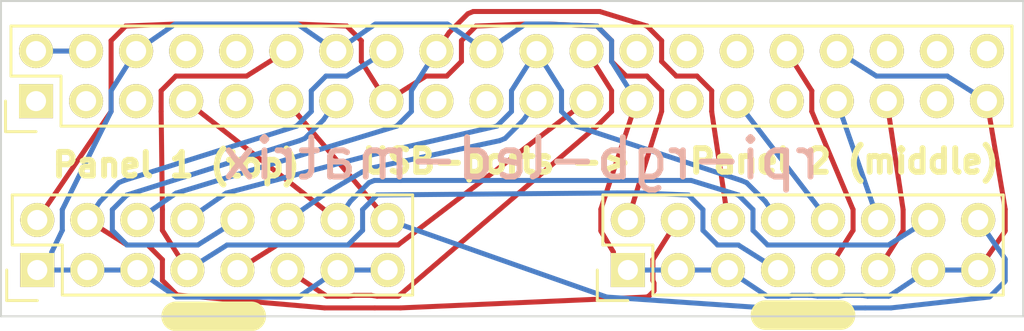
<source format=kicad_pcb>
(kicad_pcb (version 20160815) (host pcbnew "(2017-01-26 revision 0881bf7)-makepkg")

  (general
    (links 38)
    (no_connects 0)
    (area 103.8385 38.017666 158.279001 56.914833)
    (thickness 1.6)
    (drawings 10)
    (tracks 327)
    (zones 0)
    (modules 3)
    (nets 35)
  )

  (page A4)
  (layers
    (0 F.Cu signal)
    (31 B.Cu signal)
    (32 B.Adhes user)
    (33 F.Adhes user)
    (34 B.Paste user)
    (35 F.Paste user)
    (36 B.SilkS user)
    (37 F.SilkS user)
    (38 B.Mask user)
    (39 F.Mask user)
    (40 Dwgs.User user)
    (41 Cmts.User user)
    (42 Eco1.User user)
    (43 Eco2.User user)
    (44 Edge.Cuts user)
    (45 Margin user)
    (46 B.CrtYd user)
    (47 F.CrtYd user)
    (48 B.Fab user)
    (49 F.Fab user)
  )

  (setup
    (last_trace_width 0.254)
    (trace_clearance 0.254)
    (zone_clearance 0.508)
    (zone_45_only no)
    (trace_min 0.254)
    (segment_width 0.2)
    (edge_width 0.1)
    (via_size 0.889)
    (via_drill 0.635)
    (via_min_size 0.889)
    (via_min_drill 0.508)
    (uvia_size 0.508)
    (uvia_drill 0.127)
    (uvias_allowed no)
    (uvia_min_size 0.508)
    (uvia_min_drill 0.127)
    (pcb_text_width 0.3)
    (pcb_text_size 1.5 1.5)
    (mod_edge_width 0.15)
    (mod_text_size 1 1)
    (mod_text_width 0.15)
    (pad_size 4.064 4.064)
    (pad_drill 3.048)
    (pad_to_mask_clearance 0)
    (aux_axis_origin 0 0)
    (visible_elements 7FFFFFFF)
    (pcbplotparams
      (layerselection 0x010f0_ffffffff)
      (usegerberextensions true)
      (excludeedgelayer true)
      (linewidth 0.100000)
      (plotframeref false)
      (viasonmask false)
      (mode 1)
      (useauxorigin false)
      (hpglpennumber 1)
      (hpglpenspeed 20)
      (hpglpendiameter 15)
      (psnegative false)
      (psa4output false)
      (plotreference true)
      (plotvalue true)
      (plotinvisibletext false)
      (padsonsilk false)
      (subtractmaskfromsilk false)
      (outputformat 1)
      (mirror false)
      (drillshape 0)
      (scaleselection 1)
      (outputdirectory fab/))
  )

  (net 0 "")
  (net 1 VCC)
  (net 2 GND)
  (net 3 p2_g1)
  (net 4 p2_b1)
  (net 5 strobe)
  (net 6 p2_r1)
  (net 7 p2_r2)
  (net 8 p0_r1)
  (net 9 p0_g1)
  (net 10 OE)
  (net 11 p0_b1)
  (net 12 p0_r2)
  (net 13 p0_g2)
  (net 14 row_D)
  (net 15 row_C)
  (net 16 p0_b2)
  (net 17 clock)
  (net 18 row_B)
  (net 19 row_A)
  (net 20 p1_g1)
  (net 21 p1_b1)
  (net 22 p1_r1)
  (net 23 p1_r2)
  (net 24 p1_b2)
  (net 25 p2_b2)
  (net 26 p1_g2)
  (net 27 p2_g2)
  (net 28 "Net-(P1-Pad1)")
  (net 29 "Net-(P1-Pad9)")
  (net 30 "Net-(P1-Pad10)")
  (net 31 "Net-(P1-Pad17)")
  (net 32 "Net-(P1-Pad27)")
  (net 33 "Net-(P1-Pad28)")
  (net 34 "Net-(P1-Pad30)")

  (net_class Default "This is the default net class."
    (clearance 0.254)
    (trace_width 0.254)
    (via_dia 0.889)
    (via_drill 0.635)
    (uvia_dia 0.508)
    (uvia_drill 0.127)
    (add_net "Net-(P1-Pad1)")
    (add_net "Net-(P1-Pad10)")
    (add_net "Net-(P1-Pad17)")
    (add_net "Net-(P1-Pad27)")
    (add_net "Net-(P1-Pad28)")
    (add_net "Net-(P1-Pad30)")
    (add_net "Net-(P1-Pad9)")
    (add_net OE)
    (add_net clock)
    (add_net p0_b1)
    (add_net p0_b2)
    (add_net p0_g1)
    (add_net p0_g2)
    (add_net p0_r1)
    (add_net p0_r2)
    (add_net p1_b1)
    (add_net p1_b2)
    (add_net p1_g1)
    (add_net p1_g2)
    (add_net p1_r1)
    (add_net p1_r2)
    (add_net p2_b1)
    (add_net p2_b2)
    (add_net p2_g1)
    (add_net p2_g2)
    (add_net p2_r1)
    (add_net p2_r2)
    (add_net row_A)
    (add_net row_B)
    (add_net row_C)
    (add_net row_D)
    (add_net strobe)
  )

  (net_class power ""
    (clearance 0.254)
    (trace_width 0.254)
    (via_dia 0.889)
    (via_drill 0.635)
    (uvia_dia 0.508)
    (uvia_drill 0.127)
    (add_net GND)
    (add_net VCC)
  )

  (module Pin_Headers:Pin_Header_Straight_2x20 (layer F.Cu) (tedit 59FBECE1) (tstamp 54F3AB07)
    (at 107.95 43.18 90)
    (descr "Through hole pin header")
    (tags "pin header")
    (path /54ECB2B7)
    (fp_text reference P1 (at -2.8575 -1.143 90) (layer F.SilkS)
      (effects (font (size 1 1) (thickness 0.15)) hide)
    )
    (fp_text value CONN_02X20 (at 0 -3.1 90) (layer F.SilkS)
      (effects (font (size 1 1) (thickness 0.15)) hide)
    )
    (fp_line (start -1.75 -1.75) (end -1.75 50.05) (layer F.CrtYd) (width 0.05))
    (fp_line (start 4.3 -1.75) (end 4.3 50.05) (layer F.CrtYd) (width 0.05))
    (fp_line (start -1.75 -1.75) (end 4.3 -1.75) (layer F.CrtYd) (width 0.05))
    (fp_line (start -1.75 50.05) (end 4.3 50.05) (layer F.CrtYd) (width 0.05))
    (fp_line (start 3.81 49.53) (end 3.81 -1.27) (layer F.SilkS) (width 0.15))
    (fp_line (start -1.27 1.27) (end -1.27 49.53) (layer F.SilkS) (width 0.15))
    (fp_line (start 3.81 49.53) (end -1.27 49.53) (layer F.SilkS) (width 0.15))
    (fp_line (start 3.81 -1.27) (end 1.27 -1.27) (layer F.SilkS) (width 0.15))
    (fp_line (start 0 -1.55) (end -1.55 -1.55) (layer F.SilkS) (width 0.15))
    (fp_line (start 1.27 -1.27) (end 1.27 1.27) (layer F.SilkS) (width 0.15))
    (fp_line (start 1.27 1.27) (end -1.27 1.27) (layer F.SilkS) (width 0.15))
    (fp_line (start -1.55 -1.55) (end -1.55 0) (layer F.SilkS) (width 0.15))
    (pad 1 thru_hole rect (at 0 0 90) (size 1.7272 1.7272) (drill 1.016) (layers *.Cu *.Mask F.SilkS)
      (net 28 "Net-(P1-Pad1)"))
    (pad 2 thru_hole oval (at 2.54 0 90) (size 1.7272 1.7272) (drill 1.016) (layers *.Cu *.Mask F.SilkS)
      (net 1 VCC))
    (pad 3 thru_hole oval (at 0 2.54 90) (size 1.7272 1.7272) (drill 1.016) (layers *.Cu *.Mask F.SilkS)
      (net 3 p2_g1))
    (pad 4 thru_hole oval (at 2.54 2.54 90) (size 1.7272 1.7272) (drill 1.016) (layers *.Cu *.Mask F.SilkS)
      (net 1 VCC))
    (pad 5 thru_hole oval (at 0 5.08 90) (size 1.7272 1.7272) (drill 1.016) (layers *.Cu *.Mask F.SilkS)
      (net 4 p2_b1))
    (pad 6 thru_hole oval (at 2.54 5.08 90) (size 1.7272 1.7272) (drill 1.016) (layers *.Cu *.Mask F.SilkS)
      (net 2 GND))
    (pad 7 thru_hole oval (at 0 7.62 90) (size 1.7272 1.7272) (drill 1.016) (layers *.Cu *.Mask F.SilkS)
      (net 5 strobe))
    (pad 8 thru_hole oval (at 2.54 7.62 90) (size 1.7272 1.7272) (drill 1.016) (layers *.Cu *.Mask F.SilkS)
      (net 6 p2_r1))
    (pad 9 thru_hole oval (at 0 10.16 90) (size 1.7272 1.7272) (drill 1.016) (layers *.Cu *.Mask F.SilkS)
      (net 29 "Net-(P1-Pad9)"))
    (pad 10 thru_hole oval (at 2.54 10.16 90) (size 1.7272 1.7272) (drill 1.016) (layers *.Cu *.Mask F.SilkS)
      (net 30 "Net-(P1-Pad10)"))
    (pad 11 thru_hole oval (at 0 12.7 90) (size 1.7272 1.7272) (drill 1.016) (layers *.Cu *.Mask F.SilkS)
      (net 17 clock))
    (pad 12 thru_hole oval (at 2.54 12.7 90) (size 1.7272 1.7272) (drill 1.016) (layers *.Cu *.Mask F.SilkS)
      (net 10 OE))
    (pad 13 thru_hole oval (at 0 15.24 90) (size 1.7272 1.7272) (drill 1.016) (layers *.Cu *.Mask F.SilkS)
      (net 9 p0_g1))
    (pad 14 thru_hole oval (at 2.54 15.24 90) (size 1.7272 1.7272) (drill 1.016) (layers *.Cu *.Mask F.SilkS)
      (net 2 GND))
    (pad 15 thru_hole oval (at 0 17.78 90) (size 1.7272 1.7272) (drill 1.016) (layers *.Cu *.Mask F.SilkS)
      (net 19 row_A))
    (pad 16 thru_hole oval (at 2.54 17.78 90) (size 1.7272 1.7272) (drill 1.016) (layers *.Cu *.Mask F.SilkS)
      (net 18 row_B))
    (pad 17 thru_hole oval (at 0 20.32 90) (size 1.7272 1.7272) (drill 1.016) (layers *.Cu *.Mask F.SilkS)
      (net 31 "Net-(P1-Pad17)"))
    (pad 18 thru_hole oval (at 2.54 20.32 90) (size 1.7272 1.7272) (drill 1.016) (layers *.Cu *.Mask F.SilkS)
      (net 15 row_C))
    (pad 19 thru_hole oval (at 0 22.86 90) (size 1.7272 1.7272) (drill 1.016) (layers *.Cu *.Mask F.SilkS)
      (net 16 p0_b2))
    (pad 20 thru_hole oval (at 2.54 22.86 90) (size 1.7272 1.7272) (drill 1.016) (layers *.Cu *.Mask F.SilkS)
      (net 2 GND))
    (pad 21 thru_hole oval (at 0 25.4 90) (size 1.7272 1.7272) (drill 1.016) (layers *.Cu *.Mask F.SilkS)
      (net 13 p0_g2))
    (pad 22 thru_hole oval (at 2.54 25.4 90) (size 1.7272 1.7272) (drill 1.016) (layers *.Cu *.Mask F.SilkS)
      (net 14 row_D))
    (pad 23 thru_hole oval (at 0 27.94 90) (size 1.7272 1.7272) (drill 1.016) (layers *.Cu *.Mask F.SilkS)
      (net 8 p0_r1))
    (pad 24 thru_hole oval (at 2.54 27.94 90) (size 1.7272 1.7272) (drill 1.016) (layers *.Cu *.Mask F.SilkS)
      (net 12 p0_r2))
    (pad 25 thru_hole oval (at 0 30.48 90) (size 1.7272 1.7272) (drill 1.016) (layers *.Cu *.Mask F.SilkS)
      (net 2 GND))
    (pad 26 thru_hole oval (at 2.54 30.48 90) (size 1.7272 1.7272) (drill 1.016) (layers *.Cu *.Mask F.SilkS)
      (net 11 p0_b1))
    (pad 27 thru_hole oval (at 0 33.02 90) (size 1.7272 1.7272) (drill 1.016) (layers *.Cu *.Mask F.SilkS)
      (net 32 "Net-(P1-Pad27)"))
    (pad 28 thru_hole oval (at 2.54 33.02 90) (size 1.7272 1.7272) (drill 1.016) (layers *.Cu *.Mask F.SilkS)
      (net 33 "Net-(P1-Pad28)"))
    (pad 29 thru_hole oval (at 0 35.56 90) (size 1.7272 1.7272) (drill 1.016) (layers *.Cu *.Mask F.SilkS)
      (net 20 p1_g1))
    (pad 30 thru_hole oval (at 2.54 35.56 90) (size 1.7272 1.7272) (drill 1.016) (layers *.Cu *.Mask F.SilkS)
      (net 34 "Net-(P1-Pad30)"))
    (pad 31 thru_hole oval (at 0 38.1 90) (size 1.7272 1.7272) (drill 1.016) (layers *.Cu *.Mask F.SilkS)
      (net 21 p1_b1))
    (pad 32 thru_hole oval (at 2.54 38.1 90) (size 1.7272 1.7272) (drill 1.016) (layers *.Cu *.Mask F.SilkS)
      (net 22 p1_r1))
    (pad 33 thru_hole oval (at 0 40.64 90) (size 1.7272 1.7272) (drill 1.016) (layers *.Cu *.Mask F.SilkS)
      (net 26 p1_g2))
    (pad 34 thru_hole oval (at 2.54 40.64 90) (size 1.7272 1.7272) (drill 1.016) (layers *.Cu *.Mask F.SilkS)
      (net 2 GND))
    (pad 35 thru_hole oval (at 0 43.18 90) (size 1.7272 1.7272) (drill 1.016) (layers *.Cu *.Mask F.SilkS)
      (net 23 p1_r2))
    (pad 36 thru_hole oval (at 2.54 43.18 90) (size 1.7272 1.7272) (drill 1.016) (layers *.Cu *.Mask F.SilkS)
      (net 27 p2_g2))
    (pad 37 thru_hole oval (at 0 45.72 90) (size 1.7272 1.7272) (drill 1.016) (layers *.Cu *.Mask F.SilkS)
      (net 7 p2_r2))
    (pad 38 thru_hole oval (at 2.54 45.72 90) (size 1.7272 1.7272) (drill 1.016) (layers *.Cu *.Mask F.SilkS)
      (net 24 p1_b2))
    (pad 39 thru_hole oval (at 0 48.26 90) (size 1.7272 1.7272) (drill 1.016) (layers *.Cu *.Mask F.SilkS)
      (net 2 GND))
    (pad 40 thru_hole oval (at 2.54 48.26 90) (size 1.7272 1.7272) (drill 1.016) (layers *.Cu *.Mask F.SilkS)
      (net 25 p2_b2))
    (model Pin_Headers/Pin_Header_Straight_2x20.wrl
      (at (xyz 0.05 -0.95 0))
      (scale (xyz 1 1 1))
      (rotate (xyz 0 0 90))
    )
  )

  (module Pin_Headers:Pin_Header_Straight_2x08 (layer F.Cu) (tedit 59FBECE4) (tstamp 54F3AB27)
    (at 108.014 51.7525 90)
    (descr "Through hole pin header")
    (tags "pin header")
    (path /54ECB236)
    (fp_text reference Panel-1 (at 1.27 20.701 90) (layer F.SilkS)
      (effects (font (size 1 1) (thickness 0.15)) hide)
    )
    (fp_text value CONN_02X08 (at 0 -3.1 90) (layer F.SilkS)
      (effects (font (size 1 1) (thickness 0.15)) hide)
    )
    (fp_line (start -1.75 -1.75) (end -1.75 19.55) (layer F.CrtYd) (width 0.05))
    (fp_line (start 4.3 -1.75) (end 4.3 19.55) (layer F.CrtYd) (width 0.05))
    (fp_line (start -1.75 -1.75) (end 4.3 -1.75) (layer F.CrtYd) (width 0.05))
    (fp_line (start -1.75 19.55) (end 4.3 19.55) (layer F.CrtYd) (width 0.05))
    (fp_line (start 3.81 19.05) (end 3.81 -1.27) (layer F.SilkS) (width 0.15))
    (fp_line (start -1.27 1.27) (end -1.27 19.05) (layer F.SilkS) (width 0.15))
    (fp_line (start 3.81 19.05) (end -1.27 19.05) (layer F.SilkS) (width 0.15))
    (fp_line (start 3.81 -1.27) (end 1.27 -1.27) (layer F.SilkS) (width 0.15))
    (fp_line (start 0 -1.55) (end -1.55 -1.55) (layer F.SilkS) (width 0.15))
    (fp_line (start 1.27 -1.27) (end 1.27 1.27) (layer F.SilkS) (width 0.15))
    (fp_line (start 1.27 1.27) (end -1.27 1.27) (layer F.SilkS) (width 0.15))
    (fp_line (start -1.55 -1.55) (end -1.55 0) (layer F.SilkS) (width 0.15))
    (pad 1 thru_hole rect (at 0 0 90) (size 1.7272 1.7272) (drill 1.016) (layers *.Cu *.Mask F.SilkS)
      (net 2 GND))
    (pad 2 thru_hole oval (at 2.54 0 90) (size 1.7272 1.7272) (drill 1.016) (layers *.Cu *.Mask F.SilkS)
      (net 19 row_A))
    (pad 3 thru_hole oval (at 0 2.54 90) (size 1.7272 1.7272) (drill 1.016) (layers *.Cu *.Mask F.SilkS)
      (net 2 GND))
    (pad 4 thru_hole oval (at 2.54 2.54 90) (size 1.7272 1.7272) (drill 1.016) (layers *.Cu *.Mask F.SilkS)
      (net 18 row_B))
    (pad 5 thru_hole oval (at 0 5.08 90) (size 1.7272 1.7272) (drill 1.016) (layers *.Cu *.Mask F.SilkS)
      (net 2 GND))
    (pad 6 thru_hole oval (at 2.54 5.08 90) (size 1.7272 1.7272) (drill 1.016) (layers *.Cu *.Mask F.SilkS)
      (net 15 row_C))
    (pad 7 thru_hole oval (at 0 7.62 90) (size 1.7272 1.7272) (drill 1.016) (layers *.Cu *.Mask F.SilkS)
      (net 10 OE))
    (pad 8 thru_hole oval (at 2.54 7.62 90) (size 1.7272 1.7272) (drill 1.016) (layers *.Cu *.Mask F.SilkS)
      (net 14 row_D))
    (pad 9 thru_hole oval (at 0 10.16 90) (size 1.7272 1.7272) (drill 1.016) (layers *.Cu *.Mask F.SilkS)
      (net 8 p0_r1))
    (pad 10 thru_hole oval (at 2.54 10.16 90) (size 1.7272 1.7272) (drill 1.016) (layers *.Cu *.Mask F.SilkS)
      (net 9 p0_g1))
    (pad 11 thru_hole oval (at 0 12.7 90) (size 1.7272 1.7272) (drill 1.016) (layers *.Cu *.Mask F.SilkS)
      (net 12 p0_r2))
    (pad 12 thru_hole oval (at 2.54 12.7 90) (size 1.7272 1.7272) (drill 1.016) (layers *.Cu *.Mask F.SilkS)
      (net 13 p0_g2))
    (pad 13 thru_hole oval (at 0 15.24 90) (size 1.7272 1.7272) (drill 1.016) (layers *.Cu *.Mask F.SilkS)
      (net 2 GND))
    (pad 14 thru_hole oval (at 2.54 15.24 90) (size 1.7272 1.7272) (drill 1.016) (layers *.Cu *.Mask F.SilkS)
      (net 5 strobe))
    (pad 15 thru_hole oval (at 0 17.78 90) (size 1.7272 1.7272) (drill 1.016) (layers *.Cu *.Mask F.SilkS)
      (net 2 GND))
    (pad 16 thru_hole oval (at 2.54 17.78 90) (size 1.7272 1.7272) (drill 1.016) (layers *.Cu *.Mask F.SilkS)
      (net 17 clock))
    (model Pin_Headers.3dshapes/Pin_Header_Straight_2x08.wrl
      (at (xyz 0.05 -0.35 0))
      (scale (xyz 1 1 1))
      (rotate (xyz 0 0 90))
    )
  )

  (module Pin_Headers:Pin_Header_Straight_2x08 (layer F.Cu) (tedit 59FBECEA) (tstamp 54F3AB47)
    (at 137.986 51.7525 90)
    (descr "Through hole pin header")
    (tags "pin header")
    (path /54ECE201)
    (fp_text reference Panel-2 (at 1.27 -2.54 90) (layer F.SilkS)
      (effects (font (size 1 1) (thickness 0.15)) hide)
    )
    (fp_text value CONN_02X08 (at 0 -3.1 90) (layer F.SilkS)
      (effects (font (size 1 1) (thickness 0.15)) hide)
    )
    (fp_line (start -1.75 -1.75) (end -1.75 19.55) (layer F.CrtYd) (width 0.05))
    (fp_line (start 4.3 -1.75) (end 4.3 19.55) (layer F.CrtYd) (width 0.05))
    (fp_line (start -1.75 -1.75) (end 4.3 -1.75) (layer F.CrtYd) (width 0.05))
    (fp_line (start -1.75 19.55) (end 4.3 19.55) (layer F.CrtYd) (width 0.05))
    (fp_line (start 3.81 19.05) (end 3.81 -1.27) (layer F.SilkS) (width 0.15))
    (fp_line (start -1.27 1.27) (end -1.27 19.05) (layer F.SilkS) (width 0.15))
    (fp_line (start 3.81 19.05) (end -1.27 19.05) (layer F.SilkS) (width 0.15))
    (fp_line (start 3.81 -1.27) (end 1.27 -1.27) (layer F.SilkS) (width 0.15))
    (fp_line (start 0 -1.55) (end -1.55 -1.55) (layer F.SilkS) (width 0.15))
    (fp_line (start 1.27 -1.27) (end 1.27 1.27) (layer F.SilkS) (width 0.15))
    (fp_line (start 1.27 1.27) (end -1.27 1.27) (layer F.SilkS) (width 0.15))
    (fp_line (start -1.55 -1.55) (end -1.55 0) (layer F.SilkS) (width 0.15))
    (pad 1 thru_hole rect (at 0 0 90) (size 1.7272 1.7272) (drill 1.016) (layers *.Cu *.Mask F.SilkS)
      (net 2 GND))
    (pad 2 thru_hole oval (at 2.54 0 90) (size 1.7272 1.7272) (drill 1.016) (layers *.Cu *.Mask F.SilkS)
      (net 19 row_A))
    (pad 3 thru_hole oval (at 0 2.54 90) (size 1.7272 1.7272) (drill 1.016) (layers *.Cu *.Mask F.SilkS)
      (net 2 GND))
    (pad 4 thru_hole oval (at 2.54 2.54 90) (size 1.7272 1.7272) (drill 1.016) (layers *.Cu *.Mask F.SilkS)
      (net 18 row_B))
    (pad 5 thru_hole oval (at 0 5.08 90) (size 1.7272 1.7272) (drill 1.016) (layers *.Cu *.Mask F.SilkS)
      (net 2 GND))
    (pad 6 thru_hole oval (at 2.54 5.08 90) (size 1.7272 1.7272) (drill 1.016) (layers *.Cu *.Mask F.SilkS)
      (net 15 row_C))
    (pad 7 thru_hole oval (at 0 7.62 90) (size 1.7272 1.7272) (drill 1.016) (layers *.Cu *.Mask F.SilkS)
      (net 10 OE))
    (pad 8 thru_hole oval (at 2.54 7.62 90) (size 1.7272 1.7272) (drill 1.016) (layers *.Cu *.Mask F.SilkS)
      (net 14 row_D))
    (pad 9 thru_hole oval (at 0 10.16 90) (size 1.7272 1.7272) (drill 1.016) (layers *.Cu *.Mask F.SilkS)
      (net 22 p1_r1))
    (pad 10 thru_hole oval (at 2.54 10.16 90) (size 1.7272 1.7272) (drill 1.016) (layers *.Cu *.Mask F.SilkS)
      (net 20 p1_g1))
    (pad 11 thru_hole oval (at 0 12.7 90) (size 1.7272 1.7272) (drill 1.016) (layers *.Cu *.Mask F.SilkS)
      (net 23 p1_r2))
    (pad 12 thru_hole oval (at 2.54 12.7 90) (size 1.7272 1.7272) (drill 1.016) (layers *.Cu *.Mask F.SilkS)
      (net 26 p1_g2))
    (pad 13 thru_hole oval (at 0 15.24 90) (size 1.7272 1.7272) (drill 1.016) (layers *.Cu *.Mask F.SilkS)
      (net 2 GND))
    (pad 14 thru_hole oval (at 2.54 15.24 90) (size 1.7272 1.7272) (drill 1.016) (layers *.Cu *.Mask F.SilkS)
      (net 5 strobe))
    (pad 15 thru_hole oval (at 0 17.78 90) (size 1.7272 1.7272) (drill 1.016) (layers *.Cu *.Mask F.SilkS)
      (net 2 GND))
    (pad 16 thru_hole oval (at 2.54 17.78 90) (size 1.7272 1.7272) (drill 1.016) (layers *.Cu *.Mask F.SilkS)
      (net 17 clock))
    (model Pin_Headers.3dshapes/Pin_Header_Straight_2x08.wrl
      (at (xyz 0.05 -0.35 0))
      (scale (xyz 1 1 1))
      (rotate (xyz 0 0 90))
    )
  )

  (gr_text rpi-rgb-led-matrix (at 132.588 46.101) (layer B.SilkS)
    (effects (font (size 2 2) (thickness 0.3)) (justify mirror))
  )
  (gr_text "USB-ports ->" (at 138.303 46.228) (layer F.SilkS)
    (effects (font (size 1.2 1.2) (thickness 0.3)) (justify right))
  )
  (gr_line (start 115.062 54.102) (end 118.872 54.102) (angle 90) (layer F.SilkS) (width 1.5))
  (gr_line (start 144.9705 54.0385) (end 148.7805 54.0385) (angle 90) (layer F.SilkS) (width 1.5))
  (gr_text "Panel 2 (middle)" (at 148.971 46.228) (layer F.SilkS)
    (effects (font (size 1.2 1.2) (thickness 0.3)))
  )
  (gr_text "Panel 1 (top)" (at 115.062 46.4185) (layer F.SilkS)
    (effects (font (size 1.2 1.2) (thickness 0.3)))
  )
  (gr_line (start 106.172 54.102) (end 106.172 38.1) (angle 90) (layer Edge.Cuts) (width 0.1) (tstamp 556C01FD))
  (gr_line (start 106.172 38.1) (end 158.0515 38.1) (angle 90) (layer Edge.Cuts) (width 0.1))
  (gr_line (start 158.0515 38.098866) (end 158.0515 54.102) (angle 90) (layer Edge.Cuts) (width 0.1) (tstamp 556BCFD7))
  (gr_line (start 158.0515 54.102) (end 106.172 54.102) (angle 90) (layer Edge.Cuts) (width 0.1) (tstamp 556BCFD8))

  (segment (start 110.49 40.64) (end 107.95 40.64) (width 0.254) (layer B.Cu) (net 1))
  (segment (start 125.1448 39.2853) (end 123.19 40.64) (width 0.254) (layer B.Cu) (net 2))
  (segment (start 125.1859 39.2683) (end 125.1448 39.2853) (width 0.254) (layer B.Cu) (net 2))
  (segment (start 126.2741 39.2683) (end 125.1859 39.2683) (width 0.254) (layer B.Cu) (net 2))
  (segment (start 128.8141 39.2683) (end 126.2741 39.2683) (width 0.254) (layer B.Cu) (net 2))
  (segment (start 128.8552 39.2853) (end 128.8141 39.2683) (width 0.254) (layer B.Cu) (net 2))
  (segment (start 130.81 40.64) (end 128.8552 39.2853) (width 0.254) (layer B.Cu) (net 2))
  (segment (start 154.1976 41.9115) (end 156.21 43.18) (width 0.254) (layer B.Cu) (net 2))
  (segment (start 154.1939 41.91) (end 154.1976 41.9115) (width 0.254) (layer B.Cu) (net 2))
  (segment (start 150.6061 41.91) (end 154.1939 41.91) (width 0.254) (layer B.Cu) (net 2))
  (segment (start 150.6024 41.9085) (end 150.6061 41.91) (width 0.254) (layer B.Cu) (net 2))
  (segment (start 148.59 40.64) (end 150.6024 41.9085) (width 0.254) (layer B.Cu) (net 2))
  (segment (start 111.7615 42.6524) (end 113.03 40.64) (width 0.254) (layer B.Cu) (net 2))
  (segment (start 111.76 42.6561) (end 111.7615 42.6524) (width 0.254) (layer B.Cu) (net 2))
  (segment (start 111.76 43.7039) (end 111.76 42.6561) (width 0.254) (layer B.Cu) (net 2))
  (segment (start 111.7585 43.7076) (end 111.76 43.7039) (width 0.254) (layer B.Cu) (net 2))
  (segment (start 109.2855 48.6849) (end 111.7585 43.7076) (width 0.254) (layer B.Cu) (net 2))
  (segment (start 109.284 48.6886) (end 109.2855 48.6849) (width 0.254) (layer B.Cu) (net 2))
  (segment (start 109.284 49.7364) (end 109.284 48.6886) (width 0.254) (layer B.Cu) (net 2))
  (segment (start 109.2825 49.7401) (end 109.284 49.7364) (width 0.254) (layer B.Cu) (net 2))
  (segment (start 108.7506 50.8363) (end 109.2825 49.7401) (width 0.254) (layer B.Cu) (net 2))
  (segment (start 108.7506 50.8889) (end 108.7506 50.8363) (width 0.254) (layer B.Cu) (net 2))
  (segment (start 108.7506 51.0159) (end 108.7506 50.8889) (width 0.254) (layer B.Cu) (net 2))
  (segment (start 108.014 51.7525) (end 108.7506 51.0159) (width 0.254) (layer B.Cu) (net 2))
  (segment (start 145.0448 53.0713) (end 143.066 51.7525) (width 0.254) (layer B.Cu) (net 2))
  (segment (start 145.0703 53.0819) (end 145.0448 53.0713) (width 0.254) (layer B.Cu) (net 2))
  (segment (start 146.1417 53.0819) (end 145.0703 53.0819) (width 0.254) (layer B.Cu) (net 2))
  (segment (start 146.3121 53.0394) (end 146.1417 53.0819) (width 0.254) (layer B.Cu) (net 2))
  (segment (start 147.1923 53.0394) (end 146.3121 53.0394) (width 0.254) (layer B.Cu) (net 2))
  (segment (start 147.3161 53.0394) (end 147.1923 53.0394) (width 0.254) (layer B.Cu) (net 2))
  (segment (start 147.6103 53.0819) (end 147.3161 53.0394) (width 0.254) (layer B.Cu) (net 2))
  (segment (start 148.6817 53.0819) (end 147.6103 53.0819) (width 0.254) (layer B.Cu) (net 2))
  (segment (start 148.9725 53.0394) (end 148.6817 53.0819) (width 0.254) (layer B.Cu) (net 2))
  (segment (start 149.8527 53.0394) (end 148.9725 53.0394) (width 0.254) (layer B.Cu) (net 2))
  (segment (start 149.8727 53.0394) (end 149.8527 53.0394) (width 0.254) (layer B.Cu) (net 2))
  (segment (start 150.1503 53.0819) (end 149.8727 53.0394) (width 0.254) (layer B.Cu) (net 2))
  (segment (start 151.2217 53.0819) (end 150.1503 53.0819) (width 0.254) (layer B.Cu) (net 2))
  (segment (start 151.2472 53.0713) (end 151.2217 53.0819) (width 0.254) (layer B.Cu) (net 2))
  (segment (start 153.226 51.7525) (end 151.2472 53.0713) (width 0.254) (layer B.Cu) (net 2))
  (segment (start 114.9848 39.2853) (end 113.03 40.64) (width 0.254) (layer B.Cu) (net 2))
  (segment (start 115.0259 39.2683) (end 114.9848 39.2853) (width 0.254) (layer B.Cu) (net 2))
  (segment (start 116.1141 39.2683) (end 115.0259 39.2683) (width 0.254) (layer B.Cu) (net 2))
  (segment (start 121.1941 39.2683) (end 116.1141 39.2683) (width 0.254) (layer B.Cu) (net 2))
  (segment (start 121.2352 39.2853) (end 121.1941 39.2683) (width 0.254) (layer B.Cu) (net 2))
  (segment (start 123.19 40.64) (end 121.2352 39.2853) (width 0.254) (layer B.Cu) (net 2))
  (segment (start 138.7226 51.7525) (end 137.986 51.7525) (width 0.254) (layer B.Cu) (net 2))
  (segment (start 138.8496 51.7525) (end 138.7226 51.7525) (width 0.254) (layer B.Cu) (net 2))
  (segment (start 140.526 51.7525) (end 138.8496 51.7525) (width 0.254) (layer B.Cu) (net 2))
  (segment (start 143.066 51.7525) (end 140.526 51.7525) (width 0.254) (layer B.Cu) (net 2))
  (segment (start 108.7506 51.7525) (end 108.014 51.7525) (width 0.254) (layer B.Cu) (net 2))
  (segment (start 108.8776 51.7525) (end 108.7506 51.7525) (width 0.254) (layer B.Cu) (net 2))
  (segment (start 110.554 51.7525) (end 108.8776 51.7525) (width 0.254) (layer B.Cu) (net 2))
  (segment (start 155.766 51.7525) (end 153.226 51.7525) (width 0.254) (layer B.Cu) (net 2))
  (segment (start 113.094 51.7525) (end 110.554 51.7525) (width 0.254) (layer B.Cu) (net 2))
  (segment (start 115.0488 53.1072) (end 113.094 51.7525) (width 0.254) (layer B.Cu) (net 2))
  (segment (start 115.0899 53.1242) (end 115.0488 53.1072) (width 0.254) (layer B.Cu) (net 2))
  (segment (start 120.1699 53.1242) (end 115.0899 53.1242) (width 0.254) (layer B.Cu) (net 2))
  (segment (start 121.2581 53.1242) (end 120.1699 53.1242) (width 0.254) (layer B.Cu) (net 2))
  (segment (start 121.2992 53.1072) (end 121.2581 53.1242) (width 0.254) (layer B.Cu) (net 2))
  (segment (start 123.254 51.7525) (end 121.2992 53.1072) (width 0.254) (layer B.Cu) (net 2))
  (segment (start 125.794 51.7525) (end 123.254 51.7525) (width 0.254) (layer B.Cu) (net 2))
  (segment (start 137.1615 41.1676) (end 138.43 43.18) (width 0.254) (layer B.Cu) (net 2))
  (segment (start 137.16 41.1639) (end 137.1615 41.1676) (width 0.254) (layer B.Cu) (net 2))
  (segment (start 137.16 40.1161) (end 137.16 41.1639) (width 0.254) (layer B.Cu) (net 2))
  (segment (start 137.1585 40.1124) (end 137.16 40.1161) (width 0.254) (layer B.Cu) (net 2))
  (segment (start 136.4176 39.3715) (end 137.1585 40.1124) (width 0.254) (layer B.Cu) (net 2))
  (segment (start 136.4139 39.37) (end 136.4176 39.3715) (width 0.254) (layer B.Cu) (net 2))
  (segment (start 133.8941 39.2683) (end 136.4139 39.37) (width 0.254) (layer B.Cu) (net 2))
  (segment (start 132.8059 39.2683) (end 133.8941 39.2683) (width 0.254) (layer B.Cu) (net 2))
  (segment (start 132.7648 39.2853) (end 132.8059 39.2683) (width 0.254) (layer B.Cu) (net 2))
  (segment (start 130.81 40.64) (end 132.7648 39.2853) (width 0.254) (layer B.Cu) (net 2))
  (segment (start 157.1207 49.7977) (end 155.766 51.7525) (width 0.254) (layer F.Cu) (net 2))
  (segment (start 157.1377 49.7566) (end 157.1207 49.7977) (width 0.254) (layer F.Cu) (net 2))
  (segment (start 157.1377 48.6684) (end 157.1377 49.7566) (width 0.254) (layer F.Cu) (net 2))
  (segment (start 156.21 43.18) (end 157.1377 48.6684) (width 0.254) (layer F.Cu) (net 2))
  (segment (start 136.6143 48.6684) (end 138.43 43.18) (width 0.254) (layer F.Cu) (net 2))
  (segment (start 136.6143 49.7566) (end 136.6143 48.6684) (width 0.254) (layer F.Cu) (net 2))
  (segment (start 136.6313 49.7977) (end 136.6143 49.7566) (width 0.254) (layer F.Cu) (net 2))
  (segment (start 137.2494 50.8363) (end 136.6313 49.7977) (width 0.254) (layer F.Cu) (net 2))
  (segment (start 137.2494 50.8889) (end 137.2494 50.8363) (width 0.254) (layer F.Cu) (net 2))
  (segment (start 137.2494 51.0159) (end 137.2494 50.8889) (width 0.254) (layer F.Cu) (net 2))
  (segment (start 137.986 51.7525) (end 137.2494 51.0159) (width 0.254) (layer F.Cu) (net 2))
  (segment (start 123.9009 48.2676) (end 123.254 49.2125) (width 0.254) (layer B.Cu) (net 5))
  (segment (start 124.8491 47.3194) (end 123.9009 48.2676) (width 0.254) (layer B.Cu) (net 5))
  (segment (start 125.1235 47.2057) (end 124.8491 47.3194) (width 0.254) (layer B.Cu) (net 5))
  (segment (start 126.4645 47.2057) (end 125.1235 47.2057) (width 0.254) (layer B.Cu) (net 5))
  (segment (start 141.1965 47.2057) (end 126.4645 47.2057) (width 0.254) (layer B.Cu) (net 5))
  (segment (start 143.5899 47.9425) (end 141.1965 47.2057) (width 0.254) (layer B.Cu) (net 5))
  (segment (start 143.5936 47.944) (end 143.5899 47.9425) (width 0.254) (layer B.Cu) (net 5))
  (segment (start 144.3345 48.6849) (end 143.5936 47.944) (width 0.254) (layer B.Cu) (net 5))
  (segment (start 144.336 48.6886) (end 144.3345 48.6849) (width 0.254) (layer B.Cu) (net 5))
  (segment (start 144.336 49.7364) (end 144.336 48.6886) (width 0.254) (layer B.Cu) (net 5))
  (segment (start 144.3375 49.7401) (end 144.336 49.7364) (width 0.254) (layer B.Cu) (net 5))
  (segment (start 145.0784 50.481) (end 144.3375 49.7401) (width 0.254) (layer B.Cu) (net 5))
  (segment (start 145.0821 50.4825) (end 145.0784 50.481) (width 0.254) (layer B.Cu) (net 5))
  (segment (start 150.1621 50.4825) (end 145.0821 50.4825) (width 0.254) (layer B.Cu) (net 5))
  (segment (start 151.2099 50.4825) (end 150.1621 50.4825) (width 0.254) (layer B.Cu) (net 5))
  (segment (start 151.2136 50.481) (end 151.2099 50.4825) (width 0.254) (layer B.Cu) (net 5))
  (segment (start 153.226 49.2125) (end 151.2136 50.481) (width 0.254) (layer B.Cu) (net 5))
  (segment (start 123.254 49.2125) (end 115.57 43.18) (width 0.254) (layer F.Cu) (net 5))
  (segment (start 126.3216 50.481) (end 135.89 43.18) (width 0.254) (layer F.Cu) (net 8))
  (segment (start 126.3179 50.4825) (end 126.3216 50.481) (width 0.254) (layer F.Cu) (net 8))
  (segment (start 120.1901 50.4825) (end 126.3179 50.4825) (width 0.254) (layer F.Cu) (net 8))
  (segment (start 120.1864 50.484) (end 120.1901 50.4825) (width 0.254) (layer F.Cu) (net 8))
  (segment (start 118.174 51.7525) (end 120.1864 50.484) (width 0.254) (layer F.Cu) (net 8))
  (segment (start 122.5431 44.1249) (end 123.19 43.18) (width 0.254) (layer B.Cu) (net 9))
  (segment (start 121.5949 45.0731) (end 122.5431 44.1249) (width 0.254) (layer B.Cu) (net 9))
  (segment (start 121.3205 45.1868) (end 121.5949 45.0731) (width 0.254) (layer B.Cu) (net 9))
  (segment (start 112.5701 47.9425) (end 121.3205 45.1868) (width 0.254) (layer B.Cu) (net 9))
  (segment (start 112.5664 47.944) (end 112.5701 47.9425) (width 0.254) (layer B.Cu) (net 9))
  (segment (start 111.8255 48.6849) (end 112.5664 47.944) (width 0.254) (layer B.Cu) (net 9))
  (segment (start 111.824 48.6886) (end 111.8255 48.6849) (width 0.254) (layer B.Cu) (net 9))
  (segment (start 111.824 49.7364) (end 111.824 48.6886) (width 0.254) (layer B.Cu) (net 9))
  (segment (start 111.8255 49.7401) (end 111.824 49.7364) (width 0.254) (layer B.Cu) (net 9))
  (segment (start 112.5664 50.481) (end 111.8255 49.7401) (width 0.254) (layer B.Cu) (net 9))
  (segment (start 112.5701 50.4825) (end 112.5664 50.481) (width 0.254) (layer B.Cu) (net 9))
  (segment (start 115.1101 50.4825) (end 112.5701 50.4825) (width 0.254) (layer B.Cu) (net 9))
  (segment (start 116.1579 50.4825) (end 115.1101 50.4825) (width 0.254) (layer B.Cu) (net 9))
  (segment (start 116.1616 50.481) (end 116.1579 50.4825) (width 0.254) (layer B.Cu) (net 9))
  (segment (start 118.174 49.2125) (end 116.1616 50.481) (width 0.254) (layer B.Cu) (net 9))
  (segment (start 117.6464 50.484) (end 115.634 51.7525) (width 0.254) (layer B.Cu) (net 10))
  (segment (start 117.6501 50.4825) (end 117.6464 50.484) (width 0.254) (layer B.Cu) (net 10))
  (segment (start 123.7779 50.4825) (end 117.6501 50.4825) (width 0.254) (layer B.Cu) (net 10))
  (segment (start 123.7816 50.481) (end 123.7779 50.4825) (width 0.254) (layer B.Cu) (net 10))
  (segment (start 124.5225 49.7401) (end 123.7816 50.481) (width 0.254) (layer B.Cu) (net 10))
  (segment (start 124.524 49.7364) (end 124.5225 49.7401) (width 0.254) (layer B.Cu) (net 10))
  (segment (start 124.524 48.6886) (end 124.524 49.7364) (width 0.254) (layer B.Cu) (net 10))
  (segment (start 124.5255 48.6849) (end 124.524 48.6886) (width 0.254) (layer B.Cu) (net 10))
  (segment (start 125.2664 47.944) (end 124.5255 48.6849) (width 0.254) (layer B.Cu) (net 10))
  (segment (start 125.2701 47.9425) (end 125.2664 47.944) (width 0.254) (layer B.Cu) (net 10))
  (segment (start 137.4419 47.8408) (end 125.2701 47.9425) (width 0.254) (layer B.Cu) (net 10))
  (segment (start 138.5301 47.8408) (end 137.4419 47.8408) (width 0.254) (layer B.Cu) (net 10))
  (segment (start 141.0499 47.9425) (end 138.5301 47.8408) (width 0.254) (layer B.Cu) (net 10))
  (segment (start 141.0536 47.944) (end 141.0499 47.9425) (width 0.254) (layer B.Cu) (net 10))
  (segment (start 141.7945 48.6849) (end 141.0536 47.944) (width 0.254) (layer B.Cu) (net 10))
  (segment (start 141.796 48.6886) (end 141.7945 48.6849) (width 0.254) (layer B.Cu) (net 10))
  (segment (start 141.796 49.7364) (end 141.796 48.6886) (width 0.254) (layer B.Cu) (net 10))
  (segment (start 141.7975 49.7401) (end 141.796 49.7364) (width 0.254) (layer B.Cu) (net 10))
  (segment (start 142.5384 50.481) (end 141.7975 49.7401) (width 0.254) (layer B.Cu) (net 10))
  (segment (start 142.5421 50.4825) (end 142.5384 50.481) (width 0.254) (layer B.Cu) (net 10))
  (segment (start 143.5899 50.4825) (end 142.5421 50.4825) (width 0.254) (layer B.Cu) (net 10))
  (segment (start 143.5936 50.484) (end 143.5899 50.4825) (width 0.254) (layer B.Cu) (net 10))
  (segment (start 145.606 51.7525) (end 143.5936 50.484) (width 0.254) (layer B.Cu) (net 10))
  (segment (start 118.6376 41.9085) (end 120.65 40.64) (width 0.254) (layer F.Cu) (net 10))
  (segment (start 118.6339 41.91) (end 118.6376 41.9085) (width 0.254) (layer F.Cu) (net 10))
  (segment (start 115.0461 41.91) (end 118.6339 41.91) (width 0.254) (layer F.Cu) (net 10))
  (segment (start 115.0424 41.9115) (end 115.0461 41.91) (width 0.254) (layer F.Cu) (net 10))
  (segment (start 114.3015 42.6524) (end 115.0424 41.9115) (width 0.254) (layer F.Cu) (net 10))
  (segment (start 114.3 42.6561) (end 114.3015 42.6524) (width 0.254) (layer F.Cu) (net 10))
  (segment (start 114.3 43.7039) (end 114.3 42.6561) (width 0.254) (layer F.Cu) (net 10))
  (segment (start 114.364 48.6886) (end 114.3 43.7039) (width 0.254) (layer F.Cu) (net 10))
  (segment (start 114.364 49.7364) (end 114.364 48.6886) (width 0.254) (layer F.Cu) (net 10))
  (segment (start 114.3655 49.7401) (end 114.364 49.7364) (width 0.254) (layer F.Cu) (net 10))
  (segment (start 115.634 51.7525) (end 114.3655 49.7401) (width 0.254) (layer F.Cu) (net 10))
  (segment (start 137.1585 42.6524) (end 135.89 40.64) (width 0.254) (layer F.Cu) (net 12))
  (segment (start 137.16 42.6561) (end 137.1585 42.6524) (width 0.254) (layer F.Cu) (net 12))
  (segment (start 137.16 43.7039) (end 137.16 42.6561) (width 0.254) (layer F.Cu) (net 12))
  (segment (start 137.1585 43.7076) (end 137.16 43.7039) (width 0.254) (layer F.Cu) (net 12))
  (segment (start 136.4176 44.4485) (end 137.1585 43.7076) (width 0.254) (layer F.Cu) (net 12))
  (segment (start 126.3552 53.0713) (end 136.4176 44.4485) (width 0.254) (layer F.Cu) (net 12))
  (segment (start 126.3297 53.0819) (end 126.3552 53.0713) (width 0.254) (layer F.Cu) (net 12))
  (segment (start 125.2583 53.0819) (end 126.3297 53.0819) (width 0.254) (layer F.Cu) (net 12))
  (segment (start 124.9641 53.0394) (end 125.2583 53.0819) (width 0.254) (layer F.Cu) (net 12))
  (segment (start 124.0839 53.0394) (end 124.9641 53.0394) (width 0.254) (layer F.Cu) (net 12))
  (segment (start 123.7897 53.0819) (end 124.0839 53.0394) (width 0.254) (layer F.Cu) (net 12))
  (segment (start 122.7183 53.0819) (end 123.7897 53.0819) (width 0.254) (layer F.Cu) (net 12))
  (segment (start 122.6928 53.0713) (end 122.7183 53.0819) (width 0.254) (layer F.Cu) (net 12))
  (segment (start 120.714 51.7525) (end 122.6928 53.0713) (width 0.254) (layer F.Cu) (net 12))
  (segment (start 132.7031 44.1249) (end 133.35 43.18) (width 0.254) (layer B.Cu) (net 13))
  (segment (start 131.7549 45.0731) (end 132.7031 44.1249) (width 0.254) (layer B.Cu) (net 13))
  (segment (start 131.4805 45.1868) (end 131.7549 45.0731) (width 0.254) (layer B.Cu) (net 13))
  (segment (start 124.9972 46.5706) (end 131.4805 45.1868) (width 0.254) (layer B.Cu) (net 13))
  (segment (start 124.4893 46.781) (end 124.9972 46.5706) (width 0.254) (layer B.Cu) (net 13))
  (segment (start 122.6688 47.8578) (end 124.4893 46.781) (width 0.254) (layer B.Cu) (net 13))
  (segment (start 120.714 49.2125) (end 122.6688 47.8578) (width 0.254) (layer B.Cu) (net 13))
  (segment (start 132.0815 42.6524) (end 133.35 40.64) (width 0.254) (layer B.Cu) (net 14))
  (segment (start 132.08 42.6561) (end 132.0815 42.6524) (width 0.254) (layer B.Cu) (net 14))
  (segment (start 132.08 43.7039) (end 132.08 42.6561) (width 0.254) (layer B.Cu) (net 14))
  (segment (start 132.0785 43.7076) (end 132.08 43.7039) (width 0.254) (layer B.Cu) (net 14))
  (segment (start 131.3376 44.4485) (end 132.0785 43.7076) (width 0.254) (layer B.Cu) (net 14))
  (segment (start 131.3339 44.45) (end 131.3376 44.4485) (width 0.254) (layer B.Cu) (net 14))
  (segment (start 124.8709 45.9355) (end 131.3339 44.45) (width 0.254) (layer B.Cu) (net 14))
  (segment (start 117.6299 47.8408) (end 124.8709 45.9355) (width 0.254) (layer B.Cu) (net 14))
  (segment (start 117.5888 47.8578) (end 117.6299 47.8408) (width 0.254) (layer B.Cu) (net 14))
  (segment (start 115.634 49.2125) (end 117.5888 47.8578) (width 0.254) (layer B.Cu) (net 14))
  (segment (start 134.6185 42.6524) (end 133.35 40.64) (width 0.254) (layer B.Cu) (net 14))
  (segment (start 134.62 42.6561) (end 134.6185 42.6524) (width 0.254) (layer B.Cu) (net 14))
  (segment (start 134.62 43.7039) (end 134.62 42.6561) (width 0.254) (layer B.Cu) (net 14))
  (segment (start 134.6215 43.7076) (end 134.62 43.7039) (width 0.254) (layer B.Cu) (net 14))
  (segment (start 135.3624 44.4485) (end 134.6215 43.7076) (width 0.254) (layer B.Cu) (net 14))
  (segment (start 135.3661 44.45) (end 135.3624 44.4485) (width 0.254) (layer B.Cu) (net 14))
  (segment (start 143.7365 47.2057) (end 135.3661 44.45) (width 0.254) (layer B.Cu) (net 14))
  (segment (start 144.0109 47.3194) (end 143.7365 47.2057) (width 0.254) (layer B.Cu) (net 14))
  (segment (start 144.9591 48.2676) (end 144.0109 47.3194) (width 0.254) (layer B.Cu) (net 14))
  (segment (start 145.606 49.2125) (end 144.9591 48.2676) (width 0.254) (layer B.Cu) (net 14))
  (segment (start 127.0015 42.6524) (end 128.27 40.64) (width 0.254) (layer B.Cu) (net 15))
  (segment (start 127 42.6561) (end 127.0015 42.6524) (width 0.254) (layer B.Cu) (net 15))
  (segment (start 127 43.7039) (end 127 42.6561) (width 0.254) (layer B.Cu) (net 15))
  (segment (start 126.9985 43.7076) (end 127 43.7039) (width 0.254) (layer B.Cu) (net 15))
  (segment (start 126.2576 44.4485) (end 126.9985 43.7076) (width 0.254) (layer B.Cu) (net 15))
  (segment (start 126.2539 44.45) (end 126.2576 44.4485) (width 0.254) (layer B.Cu) (net 15))
  (segment (start 115.0899 47.8408) (end 126.2539 44.45) (width 0.254) (layer B.Cu) (net 15))
  (segment (start 115.0488 47.8578) (end 115.0899 47.8408) (width 0.254) (layer B.Cu) (net 15))
  (segment (start 113.094 49.2125) (end 115.0488 47.8578) (width 0.254) (layer B.Cu) (net 15))
  (segment (start 128.9169 39.6951) (end 128.27 40.64) (width 0.254) (layer F.Cu) (net 15))
  (segment (start 129.8651 38.7469) (end 128.9169 39.6951) (width 0.254) (layer F.Cu) (net 15))
  (segment (start 130.1395 38.6332) (end 129.8651 38.7469) (width 0.254) (layer F.Cu) (net 15))
  (segment (start 131.4805 38.6332) (end 130.1395 38.6332) (width 0.254) (layer F.Cu) (net 15))
  (segment (start 136.5605 38.6332) (end 131.4805 38.6332) (width 0.254) (layer F.Cu) (net 15))
  (segment (start 138.9539 39.37) (end 136.5605 38.6332) (width 0.254) (layer F.Cu) (net 15))
  (segment (start 138.9576 39.3715) (end 138.9539 39.37) (width 0.254) (layer F.Cu) (net 15))
  (segment (start 139.6985 40.1124) (end 138.9576 39.3715) (width 0.254) (layer F.Cu) (net 15))
  (segment (start 139.7 40.1161) (end 139.6985 40.1124) (width 0.254) (layer F.Cu) (net 15))
  (segment (start 139.7 41.1639) (end 139.7 40.1161) (width 0.254) (layer F.Cu) (net 15))
  (segment (start 139.7015 41.1676) (end 139.7 41.1639) (width 0.254) (layer F.Cu) (net 15))
  (segment (start 140.4424 41.9085) (end 139.7015 41.1676) (width 0.254) (layer F.Cu) (net 15))
  (segment (start 140.4461 41.91) (end 140.4424 41.9085) (width 0.254) (layer F.Cu) (net 15))
  (segment (start 141.4939 41.91) (end 140.4461 41.91) (width 0.254) (layer F.Cu) (net 15))
  (segment (start 141.4976 41.9115) (end 141.4939 41.91) (width 0.254) (layer F.Cu) (net 15))
  (segment (start 142.2385 42.6524) (end 141.4976 41.9115) (width 0.254) (layer F.Cu) (net 15))
  (segment (start 142.24 42.6561) (end 142.2385 42.6524) (width 0.254) (layer F.Cu) (net 15))
  (segment (start 142.24 43.7039) (end 142.24 42.6561) (width 0.254) (layer F.Cu) (net 15))
  (segment (start 143.066 49.2125) (end 142.24 43.7039) (width 0.254) (layer F.Cu) (net 15))
  (segment (start 136.9119 53.1242) (end 125.794 49.2125) (width 0.254) (layer B.Cu) (net 17))
  (segment (start 144.9524 53.6747) (end 136.9119 53.1242) (width 0.254) (layer B.Cu) (net 17))
  (segment (start 150.0324 53.6747) (end 144.9524 53.6747) (width 0.254) (layer B.Cu) (net 17))
  (segment (start 151.3396 53.6747) (end 150.0324 53.6747) (width 0.254) (layer B.Cu) (net 17))
  (segment (start 156.3101 53.1242) (end 151.3396 53.6747) (width 0.254) (layer B.Cu) (net 17))
  (segment (start 156.3512 53.1072) (end 156.3101 53.1242) (width 0.254) (layer B.Cu) (net 17))
  (segment (start 157.1207 52.3377) (end 156.3512 53.1072) (width 0.254) (layer B.Cu) (net 17))
  (segment (start 157.1377 52.2966) (end 157.1207 52.3377) (width 0.254) (layer B.Cu) (net 17))
  (segment (start 157.1377 51.2084) (end 157.1377 52.2966) (width 0.254) (layer B.Cu) (net 17))
  (segment (start 157.1207 51.1673) (end 157.1377 51.2084) (width 0.254) (layer B.Cu) (net 17))
  (segment (start 155.766 49.2125) (end 157.1207 51.1673) (width 0.254) (layer B.Cu) (net 17))
  (segment (start 125.794 49.2125) (end 120.65 43.18) (width 0.254) (layer F.Cu) (net 17))
  (segment (start 123.7176 41.9085) (end 125.73 40.64) (width 0.254) (layer B.Cu) (net 18))
  (segment (start 123.7139 41.91) (end 123.7176 41.9085) (width 0.254) (layer B.Cu) (net 18))
  (segment (start 122.6661 41.91) (end 123.7139 41.91) (width 0.254) (layer B.Cu) (net 18))
  (segment (start 122.6624 41.9115) (end 122.6661 41.91) (width 0.254) (layer B.Cu) (net 18))
  (segment (start 121.9215 42.6524) (end 122.6624 41.9115) (width 0.254) (layer B.Cu) (net 18))
  (segment (start 121.92 42.6561) (end 121.9215 42.6524) (width 0.254) (layer B.Cu) (net 18))
  (segment (start 121.92 43.7039) (end 121.92 42.6561) (width 0.254) (layer B.Cu) (net 18))
  (segment (start 121.9185 43.7076) (end 121.92 43.7039) (width 0.254) (layer B.Cu) (net 18))
  (segment (start 121.1776 44.4485) (end 121.9185 43.7076) (width 0.254) (layer B.Cu) (net 18))
  (segment (start 121.1739 44.45) (end 121.1776 44.4485) (width 0.254) (layer B.Cu) (net 18))
  (segment (start 112.4235 47.2057) (end 121.1739 44.45) (width 0.254) (layer B.Cu) (net 18))
  (segment (start 112.1491 47.3194) (end 112.4235 47.2057) (width 0.254) (layer B.Cu) (net 18))
  (segment (start 111.2009 48.2676) (end 112.1491 47.3194) (width 0.254) (layer B.Cu) (net 18))
  (segment (start 110.554 49.2125) (end 111.2009 48.2676) (width 0.254) (layer B.Cu) (net 18))
  (segment (start 112.5664 50.481) (end 110.554 49.2125) (width 0.254) (layer F.Cu) (net 18))
  (segment (start 112.5701 50.4825) (end 112.5664 50.481) (width 0.254) (layer F.Cu) (net 18))
  (segment (start 113.6179 50.4825) (end 112.5701 50.4825) (width 0.254) (layer F.Cu) (net 18))
  (segment (start 113.6216 50.484) (end 113.6179 50.4825) (width 0.254) (layer F.Cu) (net 18))
  (segment (start 114.3625 51.2249) (end 113.6216 50.484) (width 0.254) (layer F.Cu) (net 18))
  (segment (start 114.364 51.2286) (end 114.3625 51.2249) (width 0.254) (layer F.Cu) (net 18))
  (segment (start 114.364 52.2764) (end 114.364 51.2286) (width 0.254) (layer F.Cu) (net 18))
  (segment (start 114.3655 52.2801) (end 114.364 52.2764) (width 0.254) (layer F.Cu) (net 18))
  (segment (start 115.1064 53.021) (end 114.3655 52.2801) (width 0.254) (layer F.Cu) (net 18))
  (segment (start 115.1101 53.0225) (end 115.1064 53.021) (width 0.254) (layer F.Cu) (net 18))
  (segment (start 122.6004 53.6747) (end 115.1101 53.0225) (width 0.254) (layer F.Cu) (net 18))
  (segment (start 125.1404 53.6747) (end 122.6004 53.6747) (width 0.254) (layer F.Cu) (net 18))
  (segment (start 126.4476 53.6747) (end 125.1404 53.6747) (width 0.254) (layer F.Cu) (net 18))
  (segment (start 138.9331 53.1242) (end 126.4476 53.6747) (width 0.254) (layer F.Cu) (net 18))
  (segment (start 139.0427 53.0823) (end 138.9331 53.1242) (width 0.254) (layer F.Cu) (net 18))
  (segment (start 139.3158 52.8092) (end 139.0427 53.0823) (width 0.254) (layer F.Cu) (net 18))
  (segment (start 139.3158 52.423) (end 139.3158 52.8092) (width 0.254) (layer F.Cu) (net 18))
  (segment (start 139.256 52.2764) (end 139.3158 52.423) (width 0.254) (layer F.Cu) (net 18))
  (segment (start 139.256 51.2286) (end 139.256 52.2764) (width 0.254) (layer F.Cu) (net 18))
  (segment (start 139.2575 51.2249) (end 139.256 51.2286) (width 0.254) (layer F.Cu) (net 18))
  (segment (start 140.526 49.2125) (end 139.2575 51.2249) (width 0.254) (layer F.Cu) (net 18))
  (segment (start 127.7424 41.9115) (end 125.73 43.18) (width 0.254) (layer F.Cu) (net 19))
  (segment (start 127.7461 41.91) (end 127.7424 41.9115) (width 0.254) (layer F.Cu) (net 19))
  (segment (start 128.7939 41.91) (end 127.7461 41.91) (width 0.254) (layer F.Cu) (net 19))
  (segment (start 128.7976 41.9085) (end 128.7939 41.91) (width 0.254) (layer F.Cu) (net 19))
  (segment (start 129.5385 41.1676) (end 128.7976 41.9085) (width 0.254) (layer F.Cu) (net 19))
  (segment (start 129.54 41.1639) (end 129.5385 41.1676) (width 0.254) (layer F.Cu) (net 19))
  (segment (start 129.54 40.1161) (end 129.54 41.1639) (width 0.254) (layer F.Cu) (net 19))
  (segment (start 129.5415 40.1124) (end 129.54 40.1161) (width 0.254) (layer F.Cu) (net 19))
  (segment (start 130.2824 39.3715) (end 129.5415 40.1124) (width 0.254) (layer F.Cu) (net 19))
  (segment (start 130.2861 39.37) (end 130.2824 39.3715) (width 0.254) (layer F.Cu) (net 19))
  (segment (start 132.8059 39.2683) (end 130.2861 39.37) (width 0.254) (layer F.Cu) (net 19))
  (segment (start 133.8941 39.2683) (end 132.8059 39.2683) (width 0.254) (layer F.Cu) (net 19))
  (segment (start 136.4139 39.37) (end 133.8941 39.2683) (width 0.254) (layer F.Cu) (net 19))
  (segment (start 136.4176 39.3715) (end 136.4139 39.37) (width 0.254) (layer F.Cu) (net 19))
  (segment (start 137.1585 40.1124) (end 136.4176 39.3715) (width 0.254) (layer F.Cu) (net 19))
  (segment (start 137.16 40.1161) (end 137.1585 40.1124) (width 0.254) (layer F.Cu) (net 19))
  (segment (start 137.16 41.1639) (end 137.16 40.1161) (width 0.254) (layer F.Cu) (net 19))
  (segment (start 137.1615 41.1676) (end 137.16 41.1639) (width 0.254) (layer F.Cu) (net 19))
  (segment (start 137.9024 41.9085) (end 137.1615 41.1676) (width 0.254) (layer F.Cu) (net 19))
  (segment (start 137.9061 41.91) (end 137.9024 41.9085) (width 0.254) (layer F.Cu) (net 19))
  (segment (start 138.9539 41.91) (end 137.9061 41.91) (width 0.254) (layer F.Cu) (net 19))
  (segment (start 138.9576 41.9115) (end 138.9539 41.91) (width 0.254) (layer F.Cu) (net 19))
  (segment (start 139.6985 42.6524) (end 138.9576 41.9115) (width 0.254) (layer F.Cu) (net 19))
  (segment (start 139.7 42.6561) (end 139.6985 42.6524) (width 0.254) (layer F.Cu) (net 19))
  (segment (start 139.7 43.7039) (end 139.7 42.6561) (width 0.254) (layer F.Cu) (net 19))
  (segment (start 137.986 49.2125) (end 139.7 43.7039) (width 0.254) (layer F.Cu) (net 19))
  (segment (start 124.4615 41.1676) (end 125.73 43.18) (width 0.254) (layer F.Cu) (net 19))
  (segment (start 124.46 41.1639) (end 124.4615 41.1676) (width 0.254) (layer F.Cu) (net 19))
  (segment (start 124.46 40.1161) (end 124.46 41.1639) (width 0.254) (layer F.Cu) (net 19))
  (segment (start 124.4585 40.1124) (end 124.46 40.1161) (width 0.254) (layer F.Cu) (net 19))
  (segment (start 123.7176 39.3715) (end 124.4585 40.1124) (width 0.254) (layer F.Cu) (net 19))
  (segment (start 123.7139 39.37) (end 123.7176 39.3715) (width 0.254) (layer F.Cu) (net 19))
  (segment (start 121.1941 39.2683) (end 123.7139 39.37) (width 0.254) (layer F.Cu) (net 19))
  (segment (start 116.1141 39.2683) (end 121.1941 39.2683) (width 0.254) (layer F.Cu) (net 19))
  (segment (start 115.0259 39.2683) (end 116.1141 39.2683) (width 0.254) (layer F.Cu) (net 19))
  (segment (start 112.5061 39.37) (end 115.0259 39.2683) (width 0.254) (layer F.Cu) (net 19))
  (segment (start 112.5024 39.3715) (end 112.5061 39.37) (width 0.254) (layer F.Cu) (net 19))
  (segment (start 111.7615 40.1124) (end 112.5024 39.3715) (width 0.254) (layer F.Cu) (net 19))
  (segment (start 111.76 40.1161) (end 111.7615 40.1124) (width 0.254) (layer F.Cu) (net 19))
  (segment (start 111.76 43.7039) (end 111.76 40.1161) (width 0.254) (layer F.Cu) (net 19))
  (segment (start 111.7585 43.7076) (end 111.76 43.7039) (width 0.254) (layer F.Cu) (net 19))
  (segment (start 108.014 49.2125) (end 111.7585 43.7076) (width 0.254) (layer F.Cu) (net 19))
  (segment (start 148.146 49.2125) (end 143.51 43.18) (width 0.254) (layer B.Cu) (net 20))
  (segment (start 147.3185 42.6524) (end 146.05 40.64) (width 0.254) (layer F.Cu) (net 22))
  (segment (start 147.32 42.6561) (end 147.3185 42.6524) (width 0.254) (layer F.Cu) (net 22))
  (segment (start 147.32 43.7039) (end 147.32 42.6561) (width 0.254) (layer F.Cu) (net 22))
  (segment (start 147.3215 43.7076) (end 147.32 43.7039) (width 0.254) (layer F.Cu) (net 22))
  (segment (start 149.4145 48.6849) (end 147.3215 43.7076) (width 0.254) (layer F.Cu) (net 22))
  (segment (start 149.416 48.6886) (end 149.4145 48.6849) (width 0.254) (layer F.Cu) (net 22))
  (segment (start 149.416 49.7364) (end 149.416 48.6886) (width 0.254) (layer F.Cu) (net 22))
  (segment (start 149.4145 49.7401) (end 149.416 49.7364) (width 0.254) (layer F.Cu) (net 22))
  (segment (start 148.146 51.7525) (end 149.4145 49.7401) (width 0.254) (layer F.Cu) (net 22))
  (segment (start 151.956 48.6886) (end 151.13 43.18) (width 0.254) (layer F.Cu) (net 23))
  (segment (start 151.956 49.7364) (end 151.956 48.6886) (width 0.254) (layer F.Cu) (net 23))
  (segment (start 151.9545 49.7401) (end 151.956 49.7364) (width 0.254) (layer F.Cu) (net 23))
  (segment (start 150.686 51.7525) (end 151.9545 49.7401) (width 0.254) (layer F.Cu) (net 23))
  (segment (start 150.686 49.2125) (end 148.59 43.18) (width 0.254) (layer B.Cu) (net 26))

)

</source>
